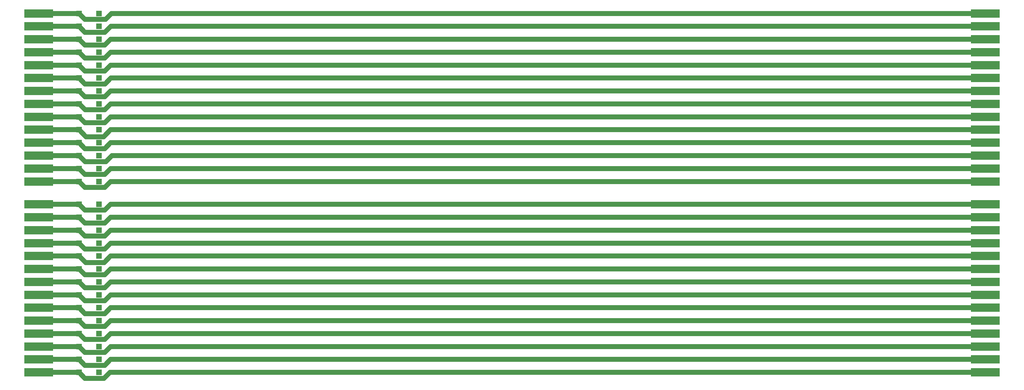
<source format=gbr>
%TF.GenerationSoftware,KiCad,Pcbnew,8.0.2*%
%TF.CreationDate,2024-05-21T21:07:39+02:00*%
%TF.ProjectId,ExtenderWide_56pin,45787465-6e64-4657-9257-6964655f3536,rev?*%
%TF.SameCoordinates,Original*%
%TF.FileFunction,Copper,L1,Top*%
%TF.FilePolarity,Positive*%
%FSLAX46Y46*%
G04 Gerber Fmt 4.6, Leading zero omitted, Abs format (unit mm)*
G04 Created by KiCad (PCBNEW 8.0.2) date 2024-05-21 21:07:39*
%MOMM*%
%LPD*%
G01*
G04 APERTURE LIST*
%TA.AperFunction,ComponentPad*%
%ADD10R,1.700000X1.700000*%
%TD*%
%TA.AperFunction,SMDPad,CuDef*%
%ADD11R,8.800000X2.600000*%
%TD*%
%TA.AperFunction,Conductor*%
%ADD12C,1.500000*%
%TD*%
G04 APERTURE END LIST*
D10*
%TO.P,J54,1,Pin_1*%
%TO.N,N/C*%
X85961000Y-73190000D03*
%TD*%
%TO.P,J44,1,Pin_1*%
%TO.N,N/C*%
X85961000Y-155430000D03*
%TD*%
%TO.P,J12,1,Pin_1*%
%TO.N,N/C*%
X92051000Y-131670000D03*
%TD*%
%TO.P,J7,1,Pin_1*%
%TO.N,N/C*%
X92051000Y-151470000D03*
%TD*%
%TO.P,J16,1,Pin_1*%
%TO.N,N/C*%
X92051000Y-112790000D03*
%TD*%
%TO.P,J47,1,Pin_1*%
%TO.N,N/C*%
X85961000Y-100910000D03*
%TD*%
%TO.P,J21,1,Pin_1*%
%TO.N,N/C*%
X92051000Y-92990000D03*
%TD*%
%TO.P,J4,1,Pin_1*%
%TO.N,N/C*%
X92051000Y-163350000D03*
%TD*%
%TO.P,J37,1,Pin_1*%
%TO.N,N/C*%
X85961000Y-139590000D03*
%TD*%
%TO.P,J49,1,Pin_1*%
%TO.N,N/C*%
X85961000Y-92990000D03*
%TD*%
%TO.P,J13,1,Pin_1*%
%TO.N,N/C*%
X92051000Y-127710000D03*
%TD*%
%TO.P,J28,1,Pin_1*%
%TO.N,N/C*%
X92051000Y-65270000D03*
%TD*%
%TO.P,J26,1,Pin_1*%
%TO.N,N/C*%
X92051000Y-73190000D03*
%TD*%
%TO.P,J2,1,Pin_1*%
%TO.N,N/C*%
X92051000Y-171270000D03*
%TD*%
%TO.P,J56,1,Pin_1*%
%TO.N,N/C*%
X85961000Y-65270000D03*
%TD*%
%TO.P,J32,1,Pin_1*%
%TO.N,N/C*%
X85961000Y-163350000D03*
%TD*%
%TO.P,J40,1,Pin_1*%
%TO.N,N/C*%
X85961000Y-127710000D03*
%TD*%
%TO.P,J18,1,Pin_1*%
%TO.N,N/C*%
X92051000Y-104870000D03*
%TD*%
%TO.P,J48,1,Pin_1*%
%TO.N,N/C*%
X85961000Y-96950000D03*
%TD*%
%TO.P,J1,1,Pin_1*%
%TO.N,N/C*%
X92051000Y-175230000D03*
%TD*%
%TO.P,J46,1,Pin_1*%
%TO.N,N/C*%
X85961000Y-104870000D03*
%TD*%
%TO.P,J23,1,Pin_1*%
%TO.N,N/C*%
X92051000Y-85070000D03*
%TD*%
%TO.P,J45,1,Pin_1*%
%TO.N,N/C*%
X85961000Y-108830000D03*
%TD*%
%TO.P,J11,1,Pin_1*%
%TO.N,N/C*%
X92051000Y-135630000D03*
%TD*%
%TO.P,J34,1,Pin_1*%
%TO.N,N/C*%
X85961000Y-151470000D03*
%TD*%
%TO.P,J33,1,Pin_1*%
%TO.N,N/C*%
X85961000Y-159390000D03*
%TD*%
%TO.P,J29,1,Pin_1*%
%TO.N,N/C*%
X85961000Y-175230000D03*
%TD*%
%TO.P,J19,1,Pin_1*%
%TO.N,N/C*%
X92051000Y-100910000D03*
%TD*%
%TO.P,J10,1,Pin_1*%
%TO.N,N/C*%
X92051000Y-139590000D03*
%TD*%
%TO.P,J8,1,Pin_1*%
%TO.N,N/C*%
X92051000Y-147510000D03*
%TD*%
%TO.P,J3,1,Pin_1*%
%TO.N,N/C*%
X92051000Y-167310000D03*
%TD*%
%TO.P,J24,1,Pin_1*%
%TO.N,N/C*%
X92051000Y-81110000D03*
%TD*%
%TO.P,J30,1,Pin_1*%
%TO.N,N/C*%
X85961000Y-171270000D03*
%TD*%
%TO.P,J25,1,Pin_1*%
%TO.N,N/C*%
X92051000Y-77150000D03*
%TD*%
%TO.P,J42,1,Pin_1*%
%TO.N,N/C*%
X85961000Y-116750000D03*
%TD*%
%TO.P,J17,1,Pin_1*%
%TO.N,N/C*%
X92051000Y-108830000D03*
%TD*%
%TO.P,J9,1,Pin_1*%
%TO.N,N/C*%
X92051000Y-143550000D03*
%TD*%
%TO.P,J50,1,Pin_1*%
%TO.N,N/C*%
X85961000Y-89030000D03*
%TD*%
%TO.P,J15,1,Pin_1*%
%TO.N,N/C*%
X92051000Y-116750000D03*
%TD*%
%TO.P,J53,1,Pin_1*%
%TO.N,N/C*%
X85961000Y-77150000D03*
%TD*%
%TO.P,J43,1,Pin_1*%
%TO.N,N/C*%
X85961000Y-112790000D03*
%TD*%
%TO.P,J35,1,Pin_1*%
%TO.N,N/C*%
X85961000Y-147510000D03*
%TD*%
%TO.P,J38,1,Pin_1*%
%TO.N,N/C*%
X85961000Y-135630000D03*
%TD*%
%TO.P,J55,1,Pin_1*%
%TO.N,N/C*%
X85961000Y-69230000D03*
%TD*%
%TO.P,J31,1,Pin_1*%
%TO.N,N/C*%
X85961000Y-167310000D03*
%TD*%
%TO.P,J39,1,Pin_1*%
%TO.N,N/C*%
X85961000Y-131670000D03*
%TD*%
%TO.P,J52,1,Pin_1*%
%TO.N,N/C*%
X85961000Y-81110000D03*
%TD*%
%TO.P,J51,1,Pin_1*%
%TO.N,N/C*%
X85961000Y-85070000D03*
%TD*%
%TO.P,J22,1,Pin_1*%
%TO.N,N/C*%
X92051000Y-89030000D03*
%TD*%
D11*
%TO.P,J58,1,Pin_1*%
%TO.N,N/C*%
X363521000Y-175230000D03*
%TO.P,J58,2,Pin_2*%
X363521000Y-171270000D03*
%TO.P,J58,3,Pin_3*%
X363521000Y-167310000D03*
%TO.P,J58,4,Pin_4*%
X363521000Y-163350000D03*
%TO.P,J58,5,Pin_5*%
X363521000Y-159390000D03*
%TO.P,J58,6,Pin_6*%
X363521000Y-155430000D03*
%TO.P,J58,7,Pin_7*%
X363521000Y-151470000D03*
%TO.P,J58,8,Pin_8*%
X363521000Y-147510000D03*
%TO.P,J58,9,Pin_9*%
X363521000Y-143550000D03*
%TO.P,J58,10,Pin_10*%
X363521000Y-139590000D03*
%TO.P,J58,11,Pin_11*%
X363521000Y-135630000D03*
%TO.P,J58,12,Pin_12*%
X363521000Y-131670000D03*
%TO.P,J58,13,Pin_13*%
X363521000Y-127710000D03*
%TO.P,J58,14,Pin_14*%
X363521000Y-123750000D03*
%TO.P,J58,15,Pin_15*%
X363521000Y-116750000D03*
%TO.P,J58,16,Pin_16*%
X363521000Y-112790000D03*
%TO.P,J58,17,Pin_17*%
X363521000Y-108830000D03*
%TO.P,J58,18,Pin_18*%
X363521000Y-104870000D03*
%TO.P,J58,19,Pin_19*%
X363521000Y-100910000D03*
%TO.P,J58,20,Pin_20*%
X363521000Y-96950000D03*
%TO.P,J58,21,Pin_21*%
X363521000Y-92990000D03*
%TO.P,J58,22,Pin_22*%
X363521000Y-89030000D03*
%TO.P,J58,23,Pin_23*%
X363521000Y-85070000D03*
%TO.P,J58,24,Pin_24*%
X363521000Y-81110000D03*
%TO.P,J58,25,Pin_25*%
X363521000Y-77150000D03*
%TO.P,J58,26,Pin_26*%
X363521000Y-73190000D03*
%TO.P,J58,27,Pin_27*%
X363521000Y-69230000D03*
%TO.P,J58,28,Pin_28*%
X363521000Y-65270000D03*
%TD*%
D10*
%TO.P,J14,1,Pin_1*%
%TO.N,N/C*%
X92051000Y-123750000D03*
%TD*%
%TO.P,J20,1,Pin_1*%
%TO.N,N/C*%
X92051000Y-96950000D03*
%TD*%
%TO.P,J27,1,Pin_1*%
%TO.N,N/C*%
X92051000Y-69230000D03*
%TD*%
%TO.P,J6,1,Pin_1*%
%TO.N,N/C*%
X92051000Y-155430000D03*
%TD*%
%TO.P,J36,1,Pin_1*%
%TO.N,N/C*%
X85961000Y-143550000D03*
%TD*%
%TO.P,J41,1,Pin_1*%
%TO.N,N/C*%
X85961000Y-123750000D03*
%TD*%
%TO.P,J5,1,Pin_1*%
%TO.N,N/C*%
X92051000Y-159390000D03*
%TD*%
D11*
%TO.P,J57,1,Pin_1*%
%TO.N,N/C*%
X73631000Y-175230000D03*
%TO.P,J57,2,Pin_2*%
X73631000Y-171270000D03*
%TO.P,J57,3,Pin_3*%
X73631000Y-167310000D03*
%TO.P,J57,4,Pin_4*%
X73631000Y-163350000D03*
%TO.P,J57,5,Pin_5*%
X73631000Y-159390000D03*
%TO.P,J57,6,Pin_6*%
X73631000Y-155430000D03*
%TO.P,J57,7,Pin_7*%
X73631000Y-151470000D03*
%TO.P,J57,8,Pin_8*%
X73631000Y-147510000D03*
%TO.P,J57,9,Pin_9*%
X73631000Y-143550000D03*
%TO.P,J57,10,Pin_10*%
X73631000Y-139590000D03*
%TO.P,J57,11,Pin_11*%
X73631000Y-135630000D03*
%TO.P,J57,12,Pin_12*%
X73631000Y-131670000D03*
%TO.P,J57,13,Pin_13*%
X73631000Y-127710000D03*
%TO.P,J57,14,Pin_14*%
X73631000Y-123750000D03*
%TO.P,J57,15,Pin_15*%
X73631000Y-116750000D03*
%TO.P,J57,16,Pin_16*%
X73631000Y-112790000D03*
%TO.P,J57,17,Pin_17*%
X73631000Y-108830000D03*
%TO.P,J57,18,Pin_18*%
X73631000Y-104870000D03*
%TO.P,J57,19,Pin_19*%
X73631000Y-100910000D03*
%TO.P,J57,20,Pin_20*%
X73631000Y-96950000D03*
%TO.P,J57,21,Pin_21*%
X73631000Y-92990000D03*
%TO.P,J57,22,Pin_22*%
X73631000Y-89030000D03*
%TO.P,J57,23,Pin_23*%
X73631000Y-85070000D03*
%TO.P,J57,24,Pin_24*%
X73631000Y-81110000D03*
%TO.P,J57,25,Pin_25*%
X73631000Y-77150000D03*
%TO.P,J57,26,Pin_26*%
X73631000Y-73190000D03*
%TO.P,J57,27,Pin_27*%
X73631000Y-69230000D03*
%TO.P,J57,28,Pin_28*%
X73631000Y-65270000D03*
%TD*%
D12*
%TO.N,*%
X93851000Y-94790000D02*
X87841000Y-94790000D01*
X87841000Y-94790000D02*
X86041000Y-92990000D01*
X87781000Y-98770000D02*
X85961000Y-96950000D01*
X95651000Y-96950000D02*
X93831000Y-98770000D01*
X73631000Y-96950000D02*
X85961000Y-96950000D01*
X93831000Y-98770000D02*
X87781000Y-98770000D01*
X89521000Y-114570000D02*
X87741000Y-114570000D01*
X89541000Y-114590000D02*
X89521000Y-114570000D01*
X95651000Y-116750000D02*
X93831000Y-118570000D01*
X95651000Y-100910000D02*
X93491000Y-103070000D01*
X93491000Y-103070000D02*
X88121000Y-103070000D01*
X363521000Y-96950000D02*
X95651000Y-96950000D01*
X88121000Y-103070000D02*
X85961000Y-100910000D01*
X363521000Y-100910000D02*
X95651000Y-100910000D01*
X73631000Y-100910000D02*
X85961000Y-100910000D01*
X95651000Y-112790000D02*
X93851000Y-114590000D01*
X93831000Y-118570000D02*
X87781000Y-118570000D01*
X363521000Y-112790000D02*
X95651000Y-112790000D01*
X87761000Y-106670000D02*
X85961000Y-104870000D01*
X93851000Y-106670000D02*
X87761000Y-106670000D01*
X93851000Y-129510000D02*
X87761000Y-129510000D01*
X94171000Y-110670000D02*
X87801000Y-110670000D01*
X87761000Y-157230000D02*
X85961000Y-155430000D01*
X93851000Y-157230000D02*
X87761000Y-157230000D01*
X363521000Y-108830000D02*
X96011000Y-108830000D01*
X87741000Y-114570000D02*
X85961000Y-112790000D01*
X363521000Y-123750000D02*
X95651000Y-123750000D01*
X73631000Y-127710000D02*
X85961000Y-127710000D01*
X363521000Y-116750000D02*
X95651000Y-116750000D01*
X73631000Y-116750000D02*
X85961000Y-116750000D01*
X73631000Y-108830000D02*
X85961000Y-108830000D01*
X95651000Y-155430000D02*
X93851000Y-157230000D01*
X95651000Y-123750000D02*
X93851000Y-125550000D01*
X87761000Y-129510000D02*
X85961000Y-127710000D01*
X363521000Y-127710000D02*
X95651000Y-127710000D01*
X95651000Y-127710000D02*
X93851000Y-129510000D01*
X93851000Y-133470000D02*
X87761000Y-133470000D01*
X96011000Y-108830000D02*
X94171000Y-110670000D01*
X363521000Y-155430000D02*
X95651000Y-155430000D01*
X73631000Y-155430000D02*
X85961000Y-155430000D01*
X95651000Y-104870000D02*
X93851000Y-106670000D01*
X73631000Y-123750000D02*
X85961000Y-123750000D01*
X73631000Y-112790000D02*
X85961000Y-112790000D01*
X93851000Y-114590000D02*
X89541000Y-114590000D01*
X87801000Y-110670000D02*
X85961000Y-108830000D01*
X87781000Y-118570000D02*
X85961000Y-116750000D01*
X93851000Y-125550000D02*
X87761000Y-125550000D01*
X95651000Y-131670000D02*
X93851000Y-133470000D01*
X73631000Y-104870000D02*
X85961000Y-104870000D01*
X87761000Y-125550000D02*
X85961000Y-123750000D01*
X363521000Y-104870000D02*
X95651000Y-104870000D01*
X94121000Y-67070000D02*
X95921000Y-65270000D01*
X87761000Y-67070000D02*
X94121000Y-67070000D01*
X85961000Y-65270000D02*
X87761000Y-67070000D01*
X73631000Y-65270000D02*
X85961000Y-65270000D01*
X86041000Y-92990000D02*
X85961000Y-92990000D01*
X73631000Y-92990000D02*
X85961000Y-92990000D01*
X95651000Y-92990000D02*
X93851000Y-94790000D01*
X73631000Y-89030000D02*
X85961000Y-89030000D01*
X363521000Y-89030000D02*
X95651000Y-89030000D01*
X87781000Y-90830000D02*
X85981000Y-89030000D01*
X85981000Y-89030000D02*
X85961000Y-89030000D01*
X93851000Y-90830000D02*
X87781000Y-90830000D01*
X95651000Y-89030000D02*
X93851000Y-90830000D01*
X93921000Y-86870000D02*
X87761000Y-86870000D01*
X363521000Y-85070000D02*
X95721000Y-85070000D01*
X87761000Y-86870000D02*
X85961000Y-85070000D01*
X95721000Y-85070000D02*
X93921000Y-86870000D01*
X73631000Y-85070000D02*
X85961000Y-85070000D01*
X73631000Y-81110000D02*
X85961000Y-81110000D01*
X87761000Y-82910000D02*
X85961000Y-81110000D01*
X93851000Y-82910000D02*
X87761000Y-82910000D01*
X363521000Y-81110000D02*
X95651000Y-81110000D01*
X95651000Y-81110000D02*
X93851000Y-82910000D01*
X95651000Y-77150000D02*
X93851000Y-78950000D01*
X73631000Y-77150000D02*
X85961000Y-77150000D01*
X363521000Y-77150000D02*
X95651000Y-77150000D01*
X93851000Y-78950000D02*
X87761000Y-78950000D01*
X87761000Y-78950000D02*
X85961000Y-77150000D01*
X87761000Y-74990000D02*
X85961000Y-73190000D01*
X95651000Y-73190000D02*
X93851000Y-74990000D01*
X93851000Y-74990000D02*
X87761000Y-74990000D01*
X363521000Y-73190000D02*
X95651000Y-73190000D01*
X73631000Y-73190000D02*
X85961000Y-73190000D01*
X95781000Y-69230000D02*
X363521000Y-69230000D01*
X87761000Y-71030000D02*
X93861000Y-71030000D01*
X93861000Y-71030000D02*
X95721000Y-69170000D01*
X85961000Y-69230000D02*
X87761000Y-71030000D01*
X95721000Y-69170000D02*
X95781000Y-69230000D01*
X73631000Y-69230000D02*
X85961000Y-69230000D01*
X95921000Y-65270000D02*
X363521000Y-65270000D01*
X87761000Y-161190000D02*
X85961000Y-159390000D01*
X93851000Y-161190000D02*
X87761000Y-161190000D01*
X95651000Y-159390000D02*
X93851000Y-161190000D01*
X363521000Y-159390000D02*
X95651000Y-159390000D01*
X95651000Y-151470000D02*
X93851000Y-153270000D01*
X93851000Y-153270000D02*
X87761000Y-153270000D01*
X363521000Y-151470000D02*
X95651000Y-151470000D01*
X87761000Y-153270000D02*
X85961000Y-151470000D01*
X73631000Y-151470000D02*
X85961000Y-151470000D01*
X95651000Y-147510000D02*
X93851000Y-149310000D01*
X87761000Y-149310000D02*
X85961000Y-147510000D01*
X93851000Y-149310000D02*
X87761000Y-149310000D01*
X363521000Y-147510000D02*
X95651000Y-147510000D01*
X73631000Y-147510000D02*
X85961000Y-147510000D01*
X363521000Y-143550000D02*
X95651000Y-143550000D01*
X73631000Y-143550000D02*
X85961000Y-143550000D01*
X95651000Y-143550000D02*
X93851000Y-145350000D01*
X87761000Y-145350000D02*
X85961000Y-143550000D01*
X93851000Y-145350000D02*
X87761000Y-145350000D01*
X93641000Y-141600000D02*
X87971000Y-141600000D01*
X363521000Y-139590000D02*
X95651000Y-139590000D01*
X95651000Y-139590000D02*
X93641000Y-141600000D01*
X73631000Y-139590000D02*
X85961000Y-139590000D01*
X87971000Y-141600000D02*
X85961000Y-139590000D01*
X87761000Y-137430000D02*
X85961000Y-135630000D01*
X95651000Y-135630000D02*
X93851000Y-137430000D01*
X93851000Y-137430000D02*
X87761000Y-137430000D01*
X363521000Y-135630000D02*
X95651000Y-135630000D01*
X73631000Y-135630000D02*
X85961000Y-135630000D01*
X73631000Y-131670000D02*
X85961000Y-131670000D01*
X87761000Y-133470000D02*
X85961000Y-131670000D01*
X363521000Y-131670000D02*
X95651000Y-131670000D01*
X363521000Y-92990000D02*
X95651000Y-92990000D01*
X73631000Y-159390000D02*
X85961000Y-159390000D01*
X87761000Y-165150000D02*
X85961000Y-163350000D01*
X87761000Y-177030000D02*
X85961000Y-175230000D01*
X93631000Y-177030000D02*
X87761000Y-177030000D01*
X73631000Y-175230000D02*
X85961000Y-175230000D01*
X363521000Y-175230000D02*
X95431000Y-175230000D01*
X95431000Y-175230000D02*
X93631000Y-177030000D01*
X363521000Y-171270000D02*
X95651000Y-171270000D01*
X95651000Y-171270000D02*
X93851000Y-173070000D01*
X73631000Y-171270000D02*
X85961000Y-171270000D01*
X93851000Y-173070000D02*
X87761000Y-173070000D01*
X87761000Y-173070000D02*
X85961000Y-171270000D01*
X87761000Y-169110000D02*
X85961000Y-167310000D01*
X363521000Y-167310000D02*
X95651000Y-167310000D01*
X93851000Y-169110000D02*
X87761000Y-169110000D01*
X95651000Y-167310000D02*
X93851000Y-169110000D01*
X73631000Y-167310000D02*
X85961000Y-167310000D01*
X363521000Y-163350000D02*
X95631000Y-163350000D01*
X73631000Y-163350000D02*
X85961000Y-163350000D01*
X95631000Y-163350000D02*
X93831000Y-165150000D01*
X93831000Y-165150000D02*
X87761000Y-165150000D01*
%TD*%
M02*

</source>
